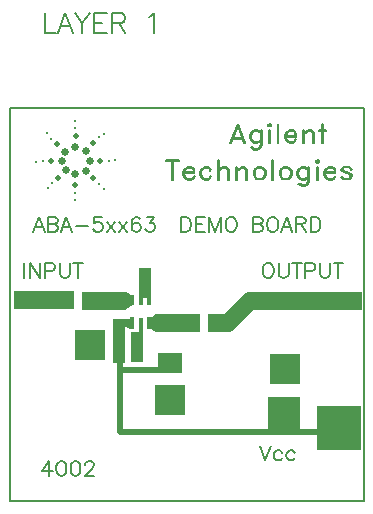
<source format=gbr>
G04 CAM350 V5.0 Date:  Mon Oct 28 13:20:47 2002 *
G04 Database: d:\newjobs\bc-data\1687\1687.pcb *
G04 Layer 1: l1.gbr *
%FSTAX24Y24*%
%MOIN*%
%SFA1.000B1.000*%

%MIA0B0*%
%IPPOS*%
%ADD10C,0.02200*%
%ADD12C,0.00800*%
%ADD13C,0.06000*%
%ADD14C,0.02000*%
%ADD15R,0.10000X0.10000*%
%ADD16R,0.11000X0.11000*%
%ADD18R,0.08000X0.07000*%
%ADD19R,0.15000X0.15000*%
%ADD70R,0.04000X0.10000*%
%ADD71C,0.00600*%
%ADD20R,0.01500X0.05000*%
%ADD21R,0.01500X0.03000*%
%ADD22R,0.01500X0.03000*%
%ADD23R,0.04000X0.14500*%
%ADD24R,0.07000X0.03000*%
%ADD25R,0.01500X0.04000*%
%ADD26R,0.20000X0.06000*%
%ADD27R,0.15000X0.06000*%
%ADD28R,0.03500X0.03500*%
%ADD29R,0.06500X0.06000*%
%ADD73C,0.02654*%
%ADD30C,0.01177*%
%ADD31C,0.00957*%
%ADD32C,0.01886*%
%ADD33C,0.00906*%
%ADD35C,0.00790*%
%LNl1.gbr*%
G54D10*
%LPD*%
G54D10*
X004493Y007552D03*
X004488Y007216D03*
X004499Y006905D03*
X002415Y005386D03*
Y004876D03*
X002933D03*
X002924Y005377D03*
X004245Y005411D03*
Y005069D03*
Y004766D03*
X0051Y00354D03*
X005608Y003529D03*
X005623Y003031D03*
X005099Y003044D03*
X008941Y004059D03*
X009429D03*
X00944Y004556D03*
X008933D03*
G54D15*
X009189Y00438D03*
G54D16*
X009142Y002914D03*
G54D19*
X010965Y002417D03*
G54D15*
X005347Y003371D03*
X002668Y005198D03*
G54D70*
X004236Y005139D03*
X004499Y007277D03*
G54D21*
X004374Y006647D03*
G54D22*
X004625D03*
G54D20*
X004361Y005863D03*
G54D23*
X003635Y00534D03*
G54D24*
X003787Y005912D03*
G54D25*
X004085Y005916D03*
X004636D03*
G54D26*
X001134Y00669D03*
G54D27*
X003133Y006674D03*
G54D28*
X00398Y00668D03*
G54D18*
X005351Y004605D03*
G54D27*
X005615Y005919D03*
G54D29*
X006938D03*
X011417Y006666D03*
G54D73*
X002529Y011649D03*
X002528Y011002D03*
G54D30*
X001377Y012072D03*
G54D31*
X000857Y01131D03*
G54D32*
X001612Y010763D03*
G54D73*
X002179Y010881D03*
G54D33*
X001275Y010432D03*
G54D30*
X001416Y010579D03*
G54D33*
X002187Y010018D03*
G54D30*
X002189Y010248D03*
G54D32*
X002182Y010519D03*
X001575Y011886D03*
G54D73*
X001728Y01133D03*
G54D32*
X001376Y011332D03*
G54D30*
X001107Y011331D03*
G54D73*
X001859Y011029D03*
X001842Y011638D03*
X002187Y011791D03*
G54D33*
X001229Y012266D03*
X002161Y012651D03*
G54D32*
X002192Y012146D03*
G54D30*
X002177Y012429D03*
G54D32*
X002776Y010754D03*
G54D33*
X003143Y010407D03*
G54D30*
X002972Y010563D03*
G54D32*
X003023Y011332D03*
G54D73*
X002677Y01133D03*
G54D32*
X002783Y011922D03*
G54D33*
X00352Y011349D03*
G54D30*
X003297Y011328D03*
G54D33*
X00315Y012237D03*
G54D30*
X002977Y012116D03*
G54D71*
X0Y0D02*
G01X0118D01*
Y0131*
X0*
Y0*
G54D12*
X004026Y006077D02*
G01X003962Y006023D01*
X004032Y005754D02*
G01X003954Y005801D01*
G54D14*
X010268Y002286D02*
G01X008362D01*
X00367*
Y004605*
Y004356D02*
G01X005304D01*
G54D12*
X003878Y006933D02*
G01X004024Y006816D01*
X003857Y00688*
X003869Y006414D02*
G01X004024Y006544D01*
X003865Y00648*
G54D14*
X004682Y006013D02*
G01X00502D01*
X00468Y005815D02*
G01X004966D01*
G54D12*
X00486Y00566D02*
G01X004694Y005755D01*
X004903Y005715*
X004865Y006179D02*
G01X004708Y006076D01*
X004913Y00614*
G54D13*
X007261Y005919D02*
G01X008Y006659D01*
X011275*
G54D12*
X00048Y007929D02*
G01Y007436D01*
X000668Y007929D02*
G01Y007436D01*
Y007929D02*
G01X000996Y007436D01*
Y007929D02*
G01Y007436D01*
X001184Y007929D02*
G01Y007436D01*
Y007929D02*
G01X001395D01*
X001465Y007905*
X001488Y007882*
X001512Y007835*
Y007765*
X001488Y007718*
X001465Y007694*
X001395Y007671*
X001184*
X001676Y007929D02*
G01Y007577D01*
X001699Y007507*
X001746Y00746*
X001816Y007436*
X001863*
X001934Y00746*
X00198Y007507*
X002004Y007577*
Y007929*
X002285D02*
G01Y007436D01*
X002121Y007929D02*
G01X002449D01*
X008565D02*
G01X008518Y007905D01*
X008471Y007858*
X008448Y007811*
X008424Y007741*
Y007624*
X008448Y007554*
X008471Y007507*
X008518Y00746*
X008565Y007437*
X008659*
X008705Y00746*
X008752Y007507*
X008776Y007554*
X008799Y007624*
Y007741*
X008776Y007811*
X008752Y007858*
X008705Y007905*
X008659Y007929*
X008565*
X008963D02*
G01Y007577D01*
X008987Y007507*
X009034Y00746*
X009104Y007437*
X009151*
X009221Y00746*
X009268Y007507*
X009291Y007577*
Y007929*
X009573D02*
G01Y007437D01*
X009409Y007929D02*
G01X009737D01*
X009854D02*
G01Y007437D01*
Y007929D02*
G01X010065D01*
X010135Y007905*
X010159Y007882*
X010182Y007835*
Y007765*
X010159Y007718*
X010135Y007694*
X010065Y007671*
X009854*
X010346Y007929D02*
G01Y007577D01*
X01037Y007507*
X010416Y00746*
X010487Y007437*
X010534*
X010604Y00746*
X010651Y007507*
X010674Y007577*
Y007929*
X010955D02*
G01Y007437D01*
X010791Y007929D02*
G01X01112D01*
X008331Y001844D02*
G01X008518Y001352D01*
X008706Y001844D02*
G01X008518Y001352D01*
X009081Y00161D02*
G01X009034Y001657D01*
X008987Y00168*
X008917*
X00887Y001657*
X008823Y00161*
X008799Y00154*
Y001493*
X008823Y001423*
X00887Y001376*
X008917Y001352*
X008987*
X009034Y001376*
X009081Y001423*
X009503Y00161D02*
G01X009456Y001657D01*
X009409Y00168*
X009338*
X009292Y001657*
X009245Y00161*
X009221Y00154*
Y001493*
X009245Y001423*
X009292Y001376*
X009338Y001352*
X009409*
X009456Y001376*
X009503Y001423*
G54D35*
X007595Y012572D02*
G01X007348Y011922D01*
X007595Y012479D02*
G01X007379Y011922D01*
X007348*
X007595Y012479D02*
G01X007812Y011922D01*
X007843*
X007595Y012572D02*
G01X007843Y011922D01*
X007441Y012108D02*
G01X00775D01*
X00741Y012077D02*
G01X007781D01*
X0084Y012356D02*
G01X008369D01*
Y011891*
X008338Y011799*
X008307Y011768*
X008245Y011742*
X008183*
X008122Y011768*
X008091Y011799*
X008029*
X0084Y012356D02*
G01Y011891D01*
X008369Y011799*
X008307Y011737*
X008245Y011711*
X008153*
X008091Y011737*
X008029Y011799*
X008369Y012263D02*
G01X008307Y012325D01*
X008245Y01235*
X008153*
X008091Y012325*
X008029Y012263*
X007998Y01217*
Y012108*
X008029Y012015*
X008091Y011953*
X008153Y011928*
X008245*
X008307Y011953*
X008369Y012015*
Y012263D02*
G01X008245Y012314D01*
X008153*
X008091Y012288*
X00806Y012258*
X008029Y012165*
Y012103*
X00806Y01201*
X008091Y011979*
X008153Y011953*
X008245*
X008369Y012005*
X008648Y012572D02*
G01X008617Y012541D01*
Y01251*
X008648Y012479*
X008679*
X00871Y01251*
Y012541*
X008679Y012572*
X008648*
Y012541D02*
G01Y01251D01*
X008679*
Y012541*
X008648*
Y012356D02*
G01Y011922D01*
X008679*
X008648Y012356D02*
G01X008679D01*
Y011922*
X008925Y012572D02*
G01Y011922D01*
X008956*
X008925Y012572D02*
G01X008956D01*
Y011922*
X009204Y012139D02*
G01X009544D01*
Y012232*
X009519Y012294*
X009488Y012325*
X009426Y01235*
X009333*
X009271Y012325*
X009209Y012263*
X009178Y01217*
Y012108*
X009209Y012015*
X009271Y011953*
X009333Y011928*
X009426*
X009488Y011953*
X00955Y012015*
X009209Y01217D02*
G01X009519D01*
Y012232*
X009493Y012294*
X009431Y012319*
X009338*
X009276Y012294*
X009245Y012263*
X009215Y01217*
Y012108*
X009245Y012015*
X009276Y011984*
X009338Y011959*
X009431*
X009493Y011984*
X009519Y012046*
X00955Y012015*
X009766Y012356D02*
G01Y011922D01*
X009797*
X009766Y012356D02*
G01X009797D01*
Y011922*
Y012232D02*
G01X00989Y012325D01*
X009952Y01235*
X010045*
X010107Y012325*
X010138Y012232*
Y011922*
X009797Y012232D02*
G01X00989Y012294D01*
X009952Y012319*
X010014*
X010076Y012294*
X010102Y012232*
Y011922*
X010132*
X010411Y012572D02*
G01Y011922D01*
X010442*
X010411Y012572D02*
G01X010442D01*
Y011922*
X010318Y012356D02*
G01X010535D01*
Y012325*
X010318Y012356D02*
G01Y012325D01*
X010535*
X005409Y01132D02*
G01Y010701D01*
X00544Y01132D02*
G01Y010701D01*
X005409*
X005223Y011351D02*
G01X005625D01*
Y01132*
X005223Y011351D02*
G01Y01132D01*
X005625*
X005811Y010918D02*
G01X006151D01*
Y011011*
X006126Y011073*
X006095Y011104*
X006033Y011129*
X00594*
X005878Y011104*
X005816Y011042*
X005785Y010949*
Y010887*
X005816Y010794*
X005878Y010732*
X00594Y010707*
X006033*
X006095Y010732*
X006157Y010794*
X005816Y010949D02*
G01X006126D01*
Y011011*
X0061Y011073*
X006038Y011098*
X005945*
X005884Y011073*
X005853Y011042*
X005822Y010949*
Y010887*
X005853Y010794*
X005884Y010763*
X005945Y010738*
X006038*
X0061Y010763*
X006126Y010825*
X006157Y010794*
X006714Y011042D02*
G01X006652Y011104D01*
X00659Y011129*
X006497*
X006435Y011104*
X006373Y011042*
X006342Y010949*
Y010887*
X006373Y010794*
X006435Y010732*
X006497Y010707*
X00659*
X006652Y010732*
X006714Y010794*
Y011042D02*
G01X006683Y011011D01*
X006657Y011073*
X006595Y011098*
X006503*
X006441Y011073*
X00641Y011042*
X006379Y010949*
Y010887*
X00641Y010794*
X006441Y010763*
X006503Y010738*
X006595*
X006657Y010763*
X006683Y010825*
X006714Y010794*
X006931Y011351D02*
G01Y010701D01*
X006962*
X006931Y011351D02*
G01X006962D01*
Y010701*
Y011011D02*
G01X007054Y011104D01*
X007116Y011129*
X007209*
X007271Y011104*
X007302Y011011*
Y010701*
X006962Y011011D02*
G01X007054Y011073D01*
X007116Y011098*
X007178*
X00724Y011073*
X007266Y011011*
Y010701*
X007297*
X007544Y011135D02*
G01Y010701D01*
X007575*
X007544Y011135D02*
G01X007575D01*
Y010701*
Y011011D02*
G01X007668Y011104D01*
X00773Y011129*
X007823*
X007885Y011104*
X007916Y011011*
Y010701*
X007575Y011011D02*
G01X007668Y011073D01*
X00773Y011098*
X007792*
X007854Y011073*
X007879Y011011*
Y010701*
X00791*
X008282Y011135D02*
G01X00822Y011109D01*
X008158Y011047*
X008127Y010954*
Y010892*
X008158Y0108*
X00822Y010738*
X008282Y010712*
X008375*
X008437Y010738*
X008499Y0108*
X008529Y010892*
Y010954*
X008499Y011047*
X008437Y011109*
X008375Y011135*
X008282*
Y011104D02*
G01X00822Y011078D01*
X008189Y011047*
X008158Y010954*
Y010892*
X008189Y0108*
X00822Y010769*
X008282Y010743*
X008375*
X008437Y010769*
X008468Y0108*
X008499Y010892*
Y010954*
X008468Y011047*
X008437Y011078*
X008375Y011104*
X008282*
X008746Y011351D02*
G01Y010701D01*
X008777*
X008746Y011351D02*
G01X008777D01*
Y010701*
X009149Y011135D02*
G01X009087Y011109D01*
X009025Y011047*
X008994Y010954*
Y010892*
X009025Y0108*
X009087Y010738*
X009149Y010712*
X009241*
X009303Y010738*
X009365Y0108*
X009396Y010892*
Y010954*
X009365Y011047*
X009303Y011109*
X009241Y011135*
X009149*
Y011104D02*
G01X009087Y011078D01*
X009056Y011047*
X009025Y010954*
Y010892*
X009056Y0108*
X009087Y010769*
X009149Y010743*
X009241*
X009303Y010769*
X009334Y0108*
X009365Y010892*
Y010954*
X009334Y011047*
X009303Y011078*
X009241Y011104*
X009149*
X009984Y011135D02*
G01X009953D01*
Y01067*
X009922Y010578*
X009891Y010547*
X009829Y010521*
X009768*
X009706Y010547*
X009675Y010578*
X009613*
X009984Y011135D02*
G01Y01067D01*
X009953Y010578*
X009891Y010516*
X009829Y01049*
X009737*
X009675Y010516*
X009613Y010578*
X009953Y011042D02*
G01X009891Y011104D01*
X009829Y011129*
X009737*
X009675Y011104*
X009613Y011042*
X009582Y010949*
Y010887*
X009613Y010794*
X009675Y010732*
X009737Y010707*
X009829*
X009891Y010732*
X009953Y010794*
Y011042D02*
G01X009829Y011093D01*
X009737*
X009675Y011067*
X009644Y011037*
X009613Y010944*
Y010882*
X009644Y010789*
X009675Y010758*
X009737Y010732*
X009829*
X009953Y010784*
X010232Y011351D02*
G01X010201Y01132D01*
Y011289*
X010232Y011258*
X010263*
X010294Y011289*
Y01132*
X010263Y011351*
X010232*
Y01132D02*
G01Y011289D01*
X010263*
Y01132*
X010232*
Y011135D02*
G01Y010701D01*
X010263*
X010232Y011135D02*
G01X010263D01*
Y010701*
X01051Y010918D02*
G01X010851D01*
Y011011*
X010825Y011073*
X010794Y011104*
X010732Y011129*
X01064*
X010578Y011104*
X010516Y011042*
X010485Y010949*
Y010887*
X010516Y010794*
X010578Y010732*
X01064Y010707*
X010732*
X010794Y010732*
X010856Y010794*
X010516Y010949D02*
G01X010825D01*
Y011011*
X0108Y011073*
X010738Y011098*
X010645*
X010583Y011073*
X010552Y011042*
X010521Y010949*
Y010887*
X010552Y010794*
X010583Y010763*
X010645Y010738*
X010738*
X0108Y010763*
X010825Y010825*
X010856Y010794*
X011382Y011042D02*
G01X011357Y011104D01*
X011264Y011135*
X011171*
X011078Y011104*
X011053Y011042*
X011078Y01098*
X01114Y010954*
X011295Y010892*
X011357Y010867*
X011326Y010898D02*
G01X011351Y010836D01*
Y010805*
X011326Y010743*
X011357Y010774D02*
G01X011264Y010743D01*
X011171*
X011078Y010774*
X011109Y010743D02*
G01X011084Y010805D01*
X011053*
X011393Y011052D02*
G01X011362D01*
X011336Y011114*
X011367Y011083D02*
G01X011275Y011114D01*
X011182*
X011089Y011083*
X01112Y011114D02*
G01X011094Y011052D01*
X01112Y010991*
X011089Y011021D02*
G01X011151Y010996D01*
X011305Y010934*
X011367Y010908*
X011393Y010846*
Y010815*
X011367Y010754*
X011275Y010723*
X011182*
X011089Y010754*
X011063Y010815*
G54D12*
X005715Y009456D02*
G01Y008964D01*
Y009456D02*
G01X005879D01*
X00595Y009433*
X005997Y009386*
X00602Y009339*
X006043Y009269*
Y009151*
X00602Y009081*
X005997Y009034*
X00595Y008987*
X005879Y008964*
X005715*
X006208Y009456D02*
G01Y008964D01*
Y009456D02*
G01X006512D01*
X006208Y009222D02*
G01X006395D01*
X006208Y008964D02*
G01X006512D01*
X006653Y009456D02*
G01Y008964D01*
Y009456D02*
G01X00684Y008964D01*
X007028Y009456D02*
G01X00684Y008964D01*
X007028Y009456D02*
G01Y008964D01*
X007333Y009456D02*
G01X007286Y009433D01*
X007239Y009386*
X007215Y009339*
X007192Y009269*
Y009151*
X007215Y009081*
X007239Y009034*
X007286Y008987*
X007333Y008964*
X007426*
X007473Y008987*
X00752Y009034*
X007543Y009081*
X007567Y009151*
Y009269*
X007543Y009339*
X00752Y009386*
X007473Y009433*
X007426Y009456*
X007333*
X008106D02*
G01Y008964D01*
Y009456D02*
G01X008317D01*
X008387Y009433*
X008411Y009409*
X008434Y009362*
Y009315*
X008411Y009269*
X008387Y009245*
X008317Y009222*
X008106D02*
G01X008317D01*
X008387Y009198*
X008411Y009175*
X008434Y009128*
Y009058*
X008411Y009011*
X008387Y008987*
X008317Y008964*
X008106*
X008715Y009456D02*
G01X008668Y009433D01*
X008622Y009386*
X008598Y009339*
X008575Y009269*
Y009151*
X008598Y009081*
X008622Y009034*
X008668Y008987*
X008715Y008964*
X008809*
X008856Y008987*
X008903Y009034*
X008926Y009081*
X00895Y009151*
Y009269*
X008926Y009339*
X008903Y009386*
X008856Y009433*
X008809Y009456*
X008715*
X009231D02*
G01X009043Y008964D01*
X009231Y009456D02*
G01X009418Y008964D01*
X009114Y009128D02*
G01X009348D01*
X009536Y009456D02*
G01Y008964D01*
Y009456D02*
G01X009747D01*
X009817Y009433*
X00984Y009409*
X009864Y009362*
Y009315*
X00984Y009269*
X009817Y009245*
X009747Y009222*
X009536*
X0097D02*
G01X009864Y008964D01*
X010028Y009456D02*
G01Y008964D01*
Y009456D02*
G01X010192D01*
X010262Y009433*
X010309Y009386*
X010333Y009339*
X010356Y009269*
Y009151*
X010333Y009081*
X010309Y009034*
X010262Y008987*
X010192Y008964*
X010028*
G01X000972Y009459D02*
X000784Y008967D01*
X000972Y009459D02*
X001159Y008967D01*
X000854Y009131D02*
X001089D01*
X001276Y009459D02*
Y008967D01*
Y009459D02*
X001487D01*
X001558Y009435D01*
X001581Y009412D01*
X001604Y009365D01*
Y009318D01*
X001581Y009271D01*
X001558Y009248D01*
X001487Y009225D01*
X001276D02*
X001487D01*
X001558Y009201D01*
X001581Y009178D01*
X001604Y009131D01*
Y00906D01*
X001581Y009014D01*
X001558Y00899D01*
X001487Y008967D01*
X001276D01*
X001886Y009459D02*
X001698Y008967D01*
X001886Y009459D02*
X002073Y008967D01*
X001769Y009131D02*
X002003D01*
X00219Y009178D02*
X002612D01*
X003058Y009459D02*
X002823D01*
X0028Y009248D01*
X002823Y009271D01*
X002894Y009295D01*
X002964D01*
X003034Y009271D01*
X003081Y009225D01*
X003104Y009154D01*
Y009107D01*
X003081Y009037D01*
X003034Y00899D01*
X002964Y008967D01*
X002894D01*
X002823Y00899D01*
X0028Y009014D01*
X002776Y00906D01*
X003245Y009295D02*
X003503Y008967D01*
Y009295D02*
X003245Y008967D01*
X003644Y009295D02*
X003901Y008967D01*
Y009295D02*
X003644Y008967D01*
X004347Y009389D02*
X004323Y009435D01*
X004253Y009459D01*
X004206D01*
X004136Y009435D01*
X004089Y009365D01*
X004065Y009248D01*
Y009131D01*
X004089Y009037D01*
X004136Y00899D01*
X004206Y008967D01*
X004229D01*
X0043Y00899D01*
X004347Y009037D01*
X00437Y009107D01*
Y009131D01*
X004347Y009201D01*
X0043Y009248D01*
X004229Y009271D01*
X004206D01*
X004136Y009248D01*
X004089Y009201D01*
X004065Y009131D01*
X004558Y009459D02*
X004815D01*
X004675Y009271D01*
X004745D01*
X004792Y009248D01*
X004815Y009225D01*
X004839Y009154D01*
Y009107D01*
X004815Y009037D01*
X004769Y00899D01*
X004698Y008967D01*
X004628D01*
X004558Y00899D01*
X004534Y009014D01*
X004511Y00906D01*
G01X001321Y001327D02*
X001087Y000999D01*
X001438D01*
X001321Y001327D02*
Y000835D01*
X001696Y001327D02*
X001626Y001304D01*
X001579Y001234D01*
X001556Y001116D01*
Y001046D01*
X001579Y000929D01*
X001626Y000859D01*
X001696Y000835D01*
X001743D01*
X001813Y000859D01*
X00186Y000929D01*
X001884Y001046D01*
Y001116D01*
X00186Y001234D01*
X001813Y001304D01*
X001743Y001327D01*
X001696D01*
X002165D02*
X002095Y001304D01*
X002048Y001234D01*
X002024Y001116D01*
Y001046D01*
X002048Y000929D01*
X002095Y000859D01*
X002165Y000835D01*
X002212D01*
X002282Y000859D01*
X002329Y000929D01*
X002353Y001046D01*
Y001116D01*
X002329Y001234D01*
X002282Y001304D01*
X002212Y001327D01*
X002165D01*
X002517Y00121D02*
Y001234D01*
X00254Y00128D01*
X002563Y001304D01*
X00261Y001327D01*
X002704D01*
X002751Y001304D01*
X002774Y00128D01*
X002798Y001234D01*
Y001187D01*
X002774Y00114D01*
X002728Y001069D01*
X002493Y000835D01*
X002821D01*
G01X001166Y016256D02*
Y0156D01*
Y0156D02*
X001541D01*
X001853Y016256D02*
X001603Y0156D01*
X001853Y016256D02*
X002103Y0156D01*
X001697Y015819D02*
X00201D01*
X002166Y016256D02*
X002416Y015944D01*
Y0156D01*
X002666Y016256D02*
X002416Y015944D01*
X002822Y016256D02*
Y0156D01*
Y016256D02*
X003228D01*
X002822Y015944D02*
X003072D01*
X002822Y0156D02*
X003228D01*
X003416Y016256D02*
Y0156D01*
Y016256D02*
X003697D01*
X003791Y016225D01*
X003822Y016194D01*
X003853Y016131D01*
Y016069D01*
X003822Y016006D01*
X003791Y015975D01*
X003697Y015944D01*
X003416D01*
X003635D02*
X003853Y0156D01*
X004635Y016131D02*
X004697Y016162D01*
X004791Y016256D01*
Y0156D01*
M02*

</source>
